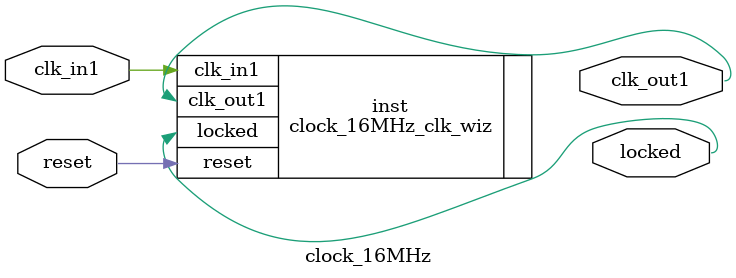
<source format=v>


`timescale 1ps/1ps

(* CORE_GENERATION_INFO = "clock_16MHz,clk_wiz_v6_0_15_0_0,{component_name=clock_16MHz,use_phase_alignment=true,use_min_o_jitter=false,use_max_i_jitter=false,use_dyn_phase_shift=false,use_inclk_switchover=false,use_dyn_reconfig=false,enable_axi=0,feedback_source=FDBK_AUTO,PRIMITIVE=MMCM,num_out_clk=1,clkin1_period=10.000,clkin2_period=10.000,use_power_down=false,use_reset=true,use_locked=true,use_inclk_stopped=false,feedback_type=SINGLE,CLOCK_MGR_TYPE=NA,manual_override=false}" *)

module clock_16MHz 
 (
  // Clock out ports
  output        clk_out1,
  // Status and control signals
  input         reset,
  output        locked,
 // Clock in ports
  input         clk_in1
 );

  clock_16MHz_clk_wiz inst
  (
  // Clock out ports  
  .clk_out1(clk_out1),
  // Status and control signals               
  .reset(reset), 
  .locked(locked),
 // Clock in ports
  .clk_in1(clk_in1)
  );

endmodule

</source>
